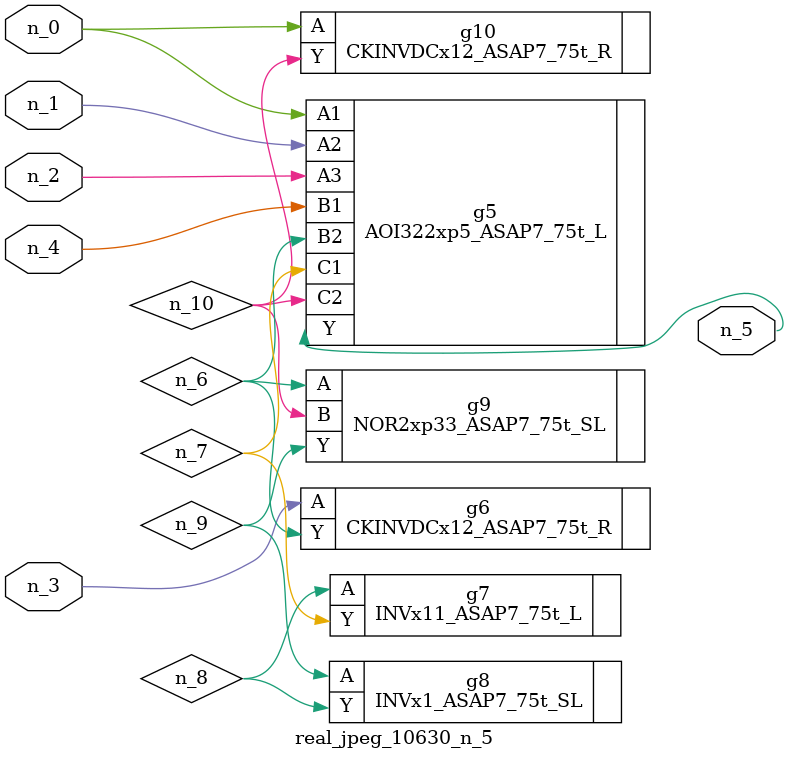
<source format=v>
module real_jpeg_10630_n_5 (n_4, n_0, n_1, n_2, n_3, n_5);

input n_4;
input n_0;
input n_1;
input n_2;
input n_3;

output n_5;

wire n_8;
wire n_6;
wire n_7;
wire n_10;
wire n_9;

AOI322xp5_ASAP7_75t_L g5 ( 
.A1(n_0),
.A2(n_1),
.A3(n_2),
.B1(n_4),
.B2(n_6),
.C1(n_7),
.C2(n_10),
.Y(n_5)
);

CKINVDCx12_ASAP7_75t_R g10 ( 
.A(n_0),
.Y(n_10)
);

CKINVDCx12_ASAP7_75t_R g6 ( 
.A(n_3),
.Y(n_6)
);

NOR2xp33_ASAP7_75t_SL g9 ( 
.A(n_6),
.B(n_10),
.Y(n_9)
);

INVx11_ASAP7_75t_L g7 ( 
.A(n_8),
.Y(n_7)
);

INVx1_ASAP7_75t_SL g8 ( 
.A(n_9),
.Y(n_8)
);


endmodule
</source>
